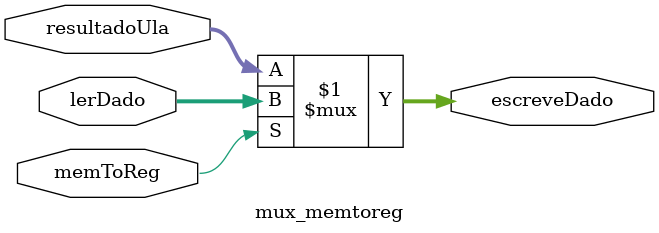
<source format=v>
module mux_memtoreg (lerDado, resultadoUla, memToReg, escreveDado);
	input wire [31:0] lerDado; // dado lido da memória
	input wire [31:0] resultadoUla; // resultado da ULA
	input wire memToReg; //sinal de controle
	output wire [31:0] escreveDado; // dado que vai para o banco de registradores

   // Se memToReg = 0 → aluResult
    // Se memToReg = 1 → readData
   assign escreveDado = (memToReg) ? lerDado : resultadoUla;

endmodule
</source>
